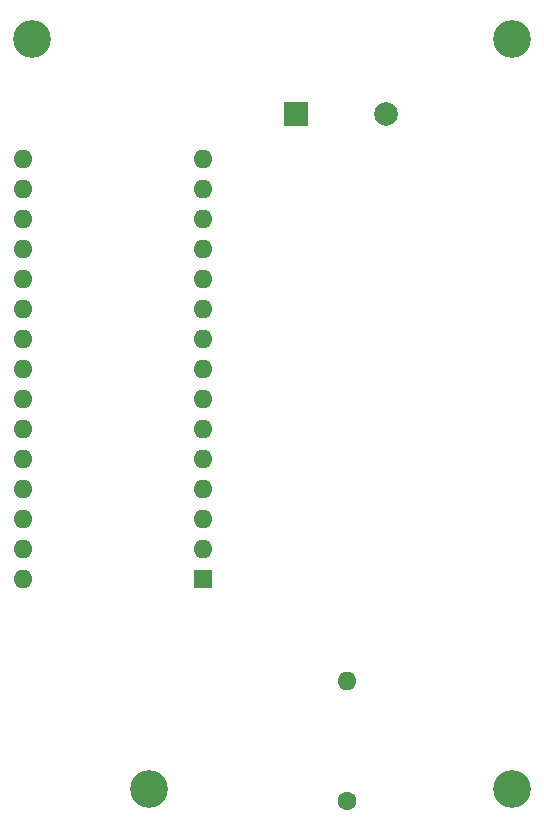
<source format=gbr>
%TF.GenerationSoftware,KiCad,Pcbnew,7.0.8*%
%TF.CreationDate,2023-12-02T15:31:10-08:00*%
%TF.ProjectId,LED_MAIN_BOARD_POWER,4c45445f-4d41-4494-9e5f-424f4152445f,rev?*%
%TF.SameCoordinates,Original*%
%TF.FileFunction,Soldermask,Bot*%
%TF.FilePolarity,Negative*%
%FSLAX46Y46*%
G04 Gerber Fmt 4.6, Leading zero omitted, Abs format (unit mm)*
G04 Created by KiCad (PCBNEW 7.0.8) date 2023-12-02 15:31:10*
%MOMM*%
%LPD*%
G01*
G04 APERTURE LIST*
%ADD10R,1.600000X1.600000*%
%ADD11O,1.600000X1.600000*%
%ADD12C,1.600000*%
%ADD13R,2.000000X2.000000*%
%ADD14C,2.000000*%
%ADD15C,3.200000*%
G04 APERTURE END LIST*
D10*
%TO.C,A1*%
X173990000Y-107950000D03*
D11*
X173990000Y-105410000D03*
X173990000Y-102870000D03*
X173990000Y-100330000D03*
X173990000Y-97790000D03*
X173990000Y-95250000D03*
X173990000Y-92710000D03*
X173990000Y-90170000D03*
X173990000Y-87630000D03*
X173990000Y-85090000D03*
X173990000Y-82550000D03*
X173990000Y-80010000D03*
X173990000Y-77470000D03*
X173990000Y-74930000D03*
X173990000Y-72390000D03*
X158750000Y-72390000D03*
X158750000Y-74930000D03*
X158750000Y-77470000D03*
X158750000Y-80010000D03*
X158750000Y-82550000D03*
X158750000Y-85090000D03*
X158750000Y-87630000D03*
X158750000Y-90170000D03*
X158750000Y-92710000D03*
X158750000Y-95250000D03*
X158750000Y-97790000D03*
X158750000Y-100330000D03*
X158750000Y-102870000D03*
X158750000Y-105410000D03*
X158750000Y-107950000D03*
%TD*%
D12*
%TO.C,L1*%
X186182000Y-126746000D03*
D11*
X186182000Y-116586000D03*
%TD*%
D13*
%TO.C,BZ1*%
X181874000Y-68580000D03*
D14*
X189474000Y-68580000D03*
%TD*%
D15*
%TO.C,H2*%
X200152000Y-125730000D03*
%TD*%
%TO.C,H3*%
X169418000Y-125730000D03*
%TD*%
%TO.C,H1*%
X200152000Y-62230000D03*
%TD*%
%TO.C,H4*%
X159512000Y-62230000D03*
%TD*%
M02*

</source>
